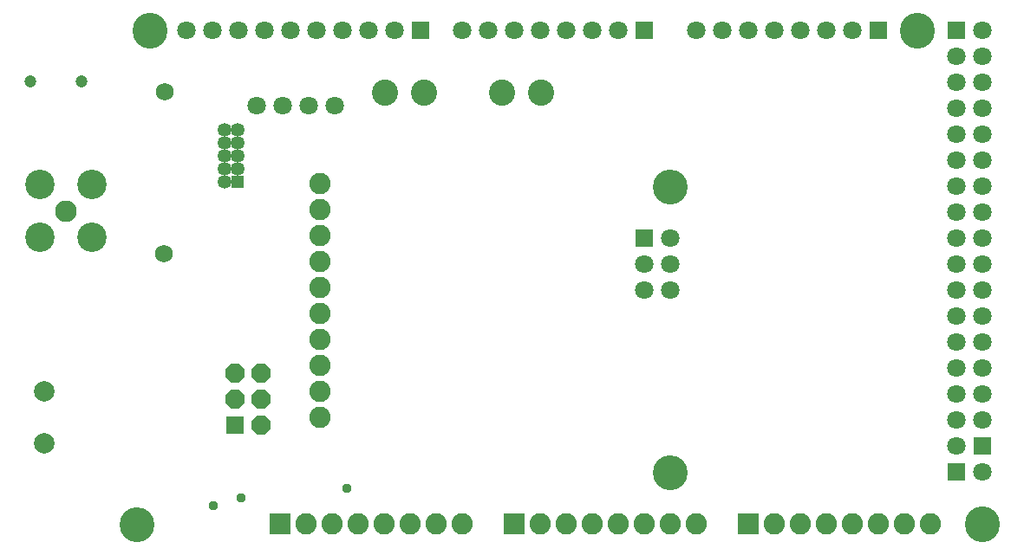
<source format=gbr>
G04 EAGLE Gerber RS-274X export*
G75*
%MOMM*%
%FSLAX34Y34*%
%LPD*%
%INSoldermask Bottom*%
%IPPOS*%
%AMOC8*
5,1,8,0,0,1.08239X$1,22.5*%
G01*
%ADD10C,3.403600*%
%ADD11R,2.082800X2.082800*%
%ADD12C,2.082800*%
%ADD13R,1.803400X1.803400*%
%ADD14C,1.803400*%
%ADD15C,3.403200*%
%ADD16C,1.346200*%
%ADD17R,1.311200X1.311200*%
%ADD18P,1.951982X8X22.500000*%
%ADD19C,2.003200*%
%ADD20C,2.558200*%
%ADD21C,2.108200*%
%ADD22C,2.870200*%
%ADD23C,1.203200*%
%ADD24C,0.959600*%
%ADD25C,1.727200*%


D10*
X481330Y734060D03*
X1230630Y734060D03*
X1294130Y251460D03*
D11*
X836930Y251460D03*
D12*
X862330Y251460D03*
X887730Y251460D03*
X913130Y251460D03*
X938530Y251460D03*
X963930Y251460D03*
X989330Y251460D03*
X1014730Y251460D03*
X684530Y251460D03*
X709930Y251460D03*
X735330Y251460D03*
X760730Y251460D03*
X786130Y251460D03*
D11*
X1065530Y251460D03*
D12*
X1090930Y251460D03*
X1116330Y251460D03*
X1141730Y251460D03*
X1167130Y251460D03*
X1192530Y251460D03*
X1217930Y251460D03*
X1243330Y251460D03*
D13*
X1294130Y327660D03*
D14*
X1268730Y327660D03*
X1294130Y353060D03*
X1268730Y353060D03*
X1294130Y378460D03*
X1268730Y378460D03*
X1294130Y403860D03*
X1268730Y403860D03*
X1294130Y429260D03*
X1268730Y429260D03*
X1294130Y454660D03*
X1268730Y454660D03*
X1294130Y480060D03*
X1268730Y480060D03*
X1294130Y505460D03*
X1268730Y505460D03*
X1294130Y530860D03*
X1268730Y530860D03*
X1294130Y556260D03*
X1268730Y556260D03*
X1294130Y581660D03*
X1268730Y581660D03*
X1294130Y607060D03*
X1268730Y607060D03*
X1294130Y632460D03*
X1268730Y632460D03*
X1294130Y657860D03*
X1268730Y657860D03*
X1294130Y683260D03*
X1268730Y683260D03*
X1294130Y708660D03*
X1268730Y708660D03*
D13*
X1192530Y734060D03*
D14*
X1167130Y734060D03*
X1141730Y734060D03*
X1116330Y734060D03*
X1090930Y734060D03*
X1065530Y734060D03*
X1040130Y734060D03*
X1014730Y734060D03*
D13*
X963930Y530860D03*
D14*
X963930Y505460D03*
X963930Y480060D03*
X989330Y530860D03*
X989330Y505460D03*
X989330Y480060D03*
D13*
X1268730Y734060D03*
D14*
X1294130Y734060D03*
D13*
X1268730Y302260D03*
D14*
X1294130Y302260D03*
D15*
X1294384Y250952D03*
X481584Y733552D03*
X1230884Y733552D03*
X468884Y250952D03*
X989584Y581152D03*
X989584Y301752D03*
D13*
X963930Y734060D03*
D14*
X938530Y734060D03*
X913130Y734060D03*
X887730Y734060D03*
X862330Y734060D03*
X836930Y734060D03*
X811530Y734060D03*
X786130Y734060D03*
D13*
X745490Y734060D03*
D14*
X720090Y734060D03*
X694690Y734060D03*
X669290Y734060D03*
X643890Y734060D03*
X618490Y734060D03*
X593090Y734060D03*
X567690Y734060D03*
X542290Y734060D03*
X516890Y734060D03*
D16*
X554393Y636342D03*
X554393Y623642D03*
X567093Y623642D03*
X567093Y636342D03*
X554393Y610942D03*
X567093Y610942D03*
X554393Y598242D03*
X567093Y598242D03*
X554393Y585542D03*
D17*
X567093Y585542D03*
D14*
X661807Y660626D03*
X636407Y660626D03*
X611007Y660626D03*
X585607Y660626D03*
D18*
X564040Y398660D03*
X564040Y373260D03*
D13*
X564040Y347860D03*
D18*
X589440Y398660D03*
X589440Y373260D03*
X589440Y347860D03*
D11*
X608260Y251330D03*
D12*
X633660Y251330D03*
X659130Y251450D03*
D19*
X377900Y380600D03*
X377900Y330600D03*
D20*
X863600Y673100D03*
X825500Y673100D03*
X749300Y673100D03*
X711200Y673100D03*
D12*
X647700Y355600D03*
X647700Y381000D03*
X647700Y406400D03*
X647700Y431800D03*
X647700Y457200D03*
X647700Y482600D03*
X647700Y508000D03*
X647700Y533400D03*
X647700Y558800D03*
X647700Y584200D03*
D21*
X399288Y557530D03*
D22*
X424787Y532031D03*
X373789Y532031D03*
X373789Y583029D03*
X424787Y583029D03*
D23*
X364758Y684530D03*
X414758Y684530D03*
D24*
X673354Y286258D03*
X570386Y277114D03*
D25*
X496062Y673608D03*
X494792Y515620D03*
D24*
X543460Y268986D03*
M02*

</source>
